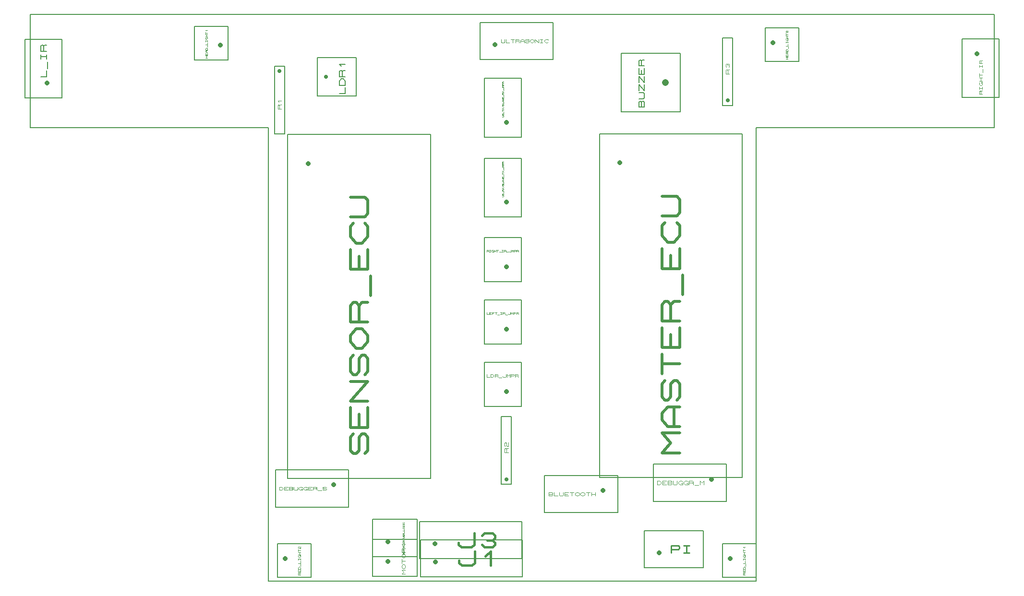
<source format=gbr>
G04 PROTEUS GERBER X2 FILE*
%TF.GenerationSoftware,Labcenter,Proteus,8.11-SP0-Build30052*%
%TF.CreationDate,2024-03-04T06:39:40+00:00*%
%TF.FileFunction,AssemblyDrawing,Top*%
%TF.FilePolarity,Positive*%
%TF.Part,Single*%
%TF.SameCoordinates,{347c642e-2b0e-48e9-919d-a538f2e8b90d}*%
%FSLAX45Y45*%
%MOMM*%
G01*
%TA.AperFunction,Material*%
%ADD18C,0.203200*%
%ADD21C,0.812800*%
%ADD22C,0.516100*%
%ADD23C,0.094400*%
%ADD24C,0.167210*%
%ADD25C,0.085720*%
%ADD26C,0.051950*%
%ADD27C,0.711200*%
%ADD28C,0.110230*%
%ADD29C,1.219200*%
%ADD72C,0.161710*%
%ADD73C,0.057150*%
%ADD30C,0.104670*%
%ADD31C,0.408940*%
%ADD32C,0.165930*%
%ADD33C,0.035270*%
%ADD34C,0.079370*%
%ADD35C,0.052910*%
%ADD36C,0.048840*%
%ADD37C,0.036790*%
%TA.AperFunction,Profile*%
%ADD17C,0.203200*%
%TA.AperFunction,Material*%
%ADD38C,0.220130*%
%ADD39C,0.105830*%
%TD.AperFunction*%
D18*
X+9339840Y+1016000D02*
X+11860160Y+1016000D01*
X+11860160Y+7080160D01*
X+9339840Y+7080160D01*
X+9339840Y+1016000D01*
D21*
X+9700000Y+6570000D02*
X+9700000Y+6570000D01*
D22*
X+10703221Y+1450215D02*
X+10754832Y+1508276D01*
X+10754832Y+1740523D01*
X+10703221Y+1798584D01*
X+10651611Y+1798584D01*
X+10600000Y+1740523D01*
X+10600000Y+1508276D01*
X+10548390Y+1450215D01*
X+10496780Y+1450215D01*
X+10445169Y+1508276D01*
X+10445169Y+1740523D01*
X+10496780Y+1798584D01*
X+10754832Y+2263077D02*
X+10754832Y+1914708D01*
X+10445169Y+1914708D01*
X+10445169Y+2263077D01*
X+10600000Y+1914708D02*
X+10600000Y+2146954D01*
X+10754832Y+2379201D02*
X+10445169Y+2379201D01*
X+10754832Y+2727570D01*
X+10445169Y+2727570D01*
X+10703221Y+2843694D02*
X+10754832Y+2901755D01*
X+10754832Y+3134002D01*
X+10703221Y+3192063D01*
X+10651611Y+3192063D01*
X+10600000Y+3134002D01*
X+10600000Y+2901755D01*
X+10548390Y+2843694D01*
X+10496780Y+2843694D01*
X+10445169Y+2901755D01*
X+10445169Y+3134002D01*
X+10496780Y+3192063D01*
X+10548390Y+3308187D02*
X+10445169Y+3424310D01*
X+10445169Y+3540433D01*
X+10548390Y+3656556D01*
X+10651611Y+3656556D01*
X+10754832Y+3540433D01*
X+10754832Y+3424310D01*
X+10651611Y+3308187D01*
X+10548390Y+3308187D01*
X+10754832Y+3772680D02*
X+10445169Y+3772680D01*
X+10445169Y+4062988D01*
X+10496780Y+4121049D01*
X+10548390Y+4121049D01*
X+10600000Y+4062988D01*
X+10600000Y+3772680D01*
X+10600000Y+4062988D02*
X+10651611Y+4121049D01*
X+10754832Y+4121049D01*
X+10806442Y+4237173D02*
X+10806442Y+4585542D01*
X+10754832Y+5050035D02*
X+10754832Y+4701666D01*
X+10445169Y+4701666D01*
X+10445169Y+5050035D01*
X+10600000Y+4701666D02*
X+10600000Y+4933912D01*
X+10703221Y+5514528D02*
X+10754832Y+5456467D01*
X+10754832Y+5282282D01*
X+10651611Y+5166159D01*
X+10548390Y+5166159D01*
X+10445169Y+5282282D01*
X+10445169Y+5456467D01*
X+10496780Y+5514528D01*
X+10445169Y+5630652D02*
X+10703221Y+5630652D01*
X+10754832Y+5688713D01*
X+10754832Y+5920960D01*
X+10703221Y+5979021D01*
X+10445169Y+5979021D01*
D18*
X+14839840Y+1032000D02*
X+17360160Y+1032000D01*
X+17360160Y+7096160D01*
X+14839840Y+7096160D01*
X+14839840Y+1032000D01*
D21*
X+15200000Y+6586000D02*
X+15200000Y+6586000D01*
D22*
X+16254832Y+1466215D02*
X+15945169Y+1466215D01*
X+16100000Y+1640399D01*
X+15945169Y+1814584D01*
X+16254832Y+1814584D01*
X+16254832Y+1930708D02*
X+16048390Y+1930708D01*
X+15945169Y+2046831D01*
X+15945169Y+2162954D01*
X+16048390Y+2279077D01*
X+16254832Y+2279077D01*
X+16151611Y+1930708D02*
X+16151611Y+2279077D01*
X+16203221Y+2395201D02*
X+16254832Y+2453262D01*
X+16254832Y+2685509D01*
X+16203221Y+2743570D01*
X+16151611Y+2743570D01*
X+16100000Y+2685509D01*
X+16100000Y+2453262D01*
X+16048390Y+2395201D01*
X+15996780Y+2395201D01*
X+15945169Y+2453262D01*
X+15945169Y+2685509D01*
X+15996780Y+2743570D01*
X+15945169Y+2859694D02*
X+15945169Y+3208063D01*
X+15945169Y+3033878D02*
X+16254832Y+3033878D01*
X+16254832Y+3672556D02*
X+16254832Y+3324187D01*
X+15945169Y+3324187D01*
X+15945169Y+3672556D01*
X+16100000Y+3324187D02*
X+16100000Y+3556433D01*
X+16254832Y+3788680D02*
X+15945169Y+3788680D01*
X+15945169Y+4078988D01*
X+15996780Y+4137049D01*
X+16048390Y+4137049D01*
X+16100000Y+4078988D01*
X+16100000Y+3788680D01*
X+16100000Y+4078988D02*
X+16151611Y+4137049D01*
X+16254832Y+4137049D01*
X+16306442Y+4253173D02*
X+16306442Y+4601542D01*
X+16254832Y+5066035D02*
X+16254832Y+4717666D01*
X+15945169Y+4717666D01*
X+15945169Y+5066035D01*
X+16100000Y+4717666D02*
X+16100000Y+4949912D01*
X+16203221Y+5530528D02*
X+16254832Y+5472467D01*
X+16254832Y+5298282D01*
X+16151611Y+5182159D01*
X+16048390Y+5182159D01*
X+15945169Y+5298282D01*
X+15945169Y+5472467D01*
X+15996780Y+5530528D01*
X+15945169Y+5646652D02*
X+16203221Y+5646652D01*
X+16254832Y+5704713D01*
X+16254832Y+5936960D01*
X+16203221Y+5995021D01*
X+15945169Y+5995021D01*
D18*
X+12733840Y+8405840D02*
X+14024160Y+8405840D01*
X+14024160Y+9061160D01*
X+12733840Y+9061160D01*
X+12733840Y+8405840D01*
D21*
X+12998000Y+8670000D02*
X+12998000Y+8670000D01*
D23*
X+13106590Y+8761821D02*
X+13106590Y+8714619D01*
X+13117210Y+8705179D01*
X+13159691Y+8705179D01*
X+13170311Y+8714619D01*
X+13170311Y+8761821D01*
X+13191552Y+8761821D02*
X+13191552Y+8705179D01*
X+13255273Y+8705179D01*
X+13276514Y+8761821D02*
X+13340235Y+8761821D01*
X+13308374Y+8761821D02*
X+13308374Y+8705179D01*
X+13361476Y+8705179D02*
X+13361476Y+8761821D01*
X+13414577Y+8761821D01*
X+13425197Y+8752381D01*
X+13425197Y+8742940D01*
X+13414577Y+8733500D01*
X+13361476Y+8733500D01*
X+13414577Y+8733500D02*
X+13425197Y+8724060D01*
X+13425197Y+8705179D01*
X+13446438Y+8705179D02*
X+13446438Y+8742940D01*
X+13467678Y+8761821D01*
X+13488919Y+8761821D01*
X+13510159Y+8742940D01*
X+13510159Y+8705179D01*
X+13446438Y+8724060D02*
X+13510159Y+8724060D01*
X+13531400Y+8714619D02*
X+13542020Y+8705179D01*
X+13584501Y+8705179D01*
X+13595121Y+8714619D01*
X+13595121Y+8724060D01*
X+13584501Y+8733500D01*
X+13542020Y+8733500D01*
X+13531400Y+8742940D01*
X+13531400Y+8752381D01*
X+13542020Y+8761821D01*
X+13584501Y+8761821D01*
X+13595121Y+8752381D01*
X+13616362Y+8742940D02*
X+13637602Y+8761821D01*
X+13658843Y+8761821D01*
X+13680083Y+8742940D01*
X+13680083Y+8724060D01*
X+13658843Y+8705179D01*
X+13637602Y+8705179D01*
X+13616362Y+8724060D01*
X+13616362Y+8742940D01*
X+13701324Y+8705179D02*
X+13701324Y+8761821D01*
X+13765045Y+8705179D01*
X+13765045Y+8761821D01*
X+13796906Y+8761821D02*
X+13839387Y+8761821D01*
X+13818146Y+8761821D02*
X+13818146Y+8705179D01*
X+13796906Y+8705179D02*
X+13839387Y+8705179D01*
X+13934969Y+8714619D02*
X+13924349Y+8705179D01*
X+13892488Y+8705179D01*
X+13871248Y+8724060D01*
X+13871248Y+8742940D01*
X+13892488Y+8761821D01*
X+13924349Y+8761821D01*
X+13934969Y+8752381D01*
D18*
X+4708840Y+7727840D02*
X+5364160Y+7727840D01*
X+5364160Y+8764160D01*
X+4708840Y+8764160D01*
X+4708840Y+7727840D01*
D21*
X+5100000Y+7992000D02*
X+5100000Y+7992000D01*
D24*
X+4986335Y+8097410D02*
X+5086665Y+8097410D01*
X+5086665Y+8210281D01*
X+5103387Y+8247905D02*
X+5103387Y+8360776D01*
X+4986335Y+8417211D02*
X+4986335Y+8492459D01*
X+4986335Y+8454835D02*
X+5086665Y+8454835D01*
X+5086665Y+8417211D02*
X+5086665Y+8492459D01*
X+5086665Y+8548895D02*
X+4986335Y+8548895D01*
X+4986335Y+8642954D01*
X+5003057Y+8661766D01*
X+5019778Y+8661766D01*
X+5036500Y+8642954D01*
X+5036500Y+8548895D01*
X+5036500Y+8642954D02*
X+5053222Y+8661766D01*
X+5086665Y+8661766D01*
D18*
X+21235840Y+7735840D02*
X+21891160Y+7735840D01*
X+21891160Y+8772160D01*
X+21235840Y+8772160D01*
X+21235840Y+7735840D01*
D21*
X+21500000Y+8508000D02*
X+21500000Y+8508000D01*
D25*
X+21589217Y+7792992D02*
X+21537782Y+7792992D01*
X+21537782Y+7841212D01*
X+21546355Y+7850856D01*
X+21554927Y+7850856D01*
X+21563500Y+7841212D01*
X+21563500Y+7792992D01*
X+21563500Y+7841212D02*
X+21572072Y+7850856D01*
X+21589217Y+7850856D01*
X+21537782Y+7879788D02*
X+21537782Y+7918364D01*
X+21537782Y+7899076D02*
X+21589217Y+7899076D01*
X+21589217Y+7879788D02*
X+21589217Y+7918364D01*
X+21572072Y+7985872D02*
X+21572072Y+8005160D01*
X+21589217Y+8005160D01*
X+21589217Y+7966584D01*
X+21572072Y+7947296D01*
X+21554927Y+7947296D01*
X+21537782Y+7966584D01*
X+21537782Y+7995516D01*
X+21546355Y+8005160D01*
X+21589217Y+8024448D02*
X+21537782Y+8024448D01*
X+21537782Y+8082312D02*
X+21589217Y+8082312D01*
X+21563500Y+8024448D02*
X+21563500Y+8082312D01*
X+21537782Y+8101600D02*
X+21537782Y+8159464D01*
X+21537782Y+8130532D02*
X+21589217Y+8130532D01*
X+21597790Y+8178752D02*
X+21597790Y+8236616D01*
X+21537782Y+8265548D02*
X+21537782Y+8304124D01*
X+21537782Y+8284836D02*
X+21589217Y+8284836D01*
X+21589217Y+8265548D02*
X+21589217Y+8304124D01*
X+21589217Y+8333056D02*
X+21537782Y+8333056D01*
X+21537782Y+8381276D01*
X+21546355Y+8390920D01*
X+21554927Y+8390920D01*
X+21563500Y+8381276D01*
X+21563500Y+8333056D01*
X+21563500Y+8381276D02*
X+21572072Y+8390920D01*
X+21589217Y+8390920D01*
D18*
X+7699340Y+8395840D02*
X+8291160Y+8395840D01*
X+8291160Y+8987660D01*
X+7699340Y+8987660D01*
X+7699340Y+8395840D01*
D21*
X+8154000Y+8660000D02*
X+8154000Y+8660000D01*
D26*
X+7921937Y+8434581D02*
X+7890764Y+8434581D01*
X+7890764Y+8469649D02*
X+7921937Y+8469649D01*
X+7906350Y+8434581D02*
X+7906350Y+8469649D01*
X+7921937Y+8516407D02*
X+7921937Y+8481339D01*
X+7890764Y+8481339D01*
X+7890764Y+8516407D01*
X+7906350Y+8481339D02*
X+7906350Y+8504718D01*
X+7921937Y+8528097D02*
X+7901155Y+8528097D01*
X+7890764Y+8539786D01*
X+7890764Y+8551476D01*
X+7901155Y+8563165D01*
X+7921937Y+8563165D01*
X+7911546Y+8528097D02*
X+7911546Y+8563165D01*
X+7921937Y+8574855D02*
X+7890764Y+8574855D01*
X+7890764Y+8598234D01*
X+7901155Y+8609923D01*
X+7911546Y+8609923D01*
X+7921937Y+8598234D01*
X+7921937Y+8574855D01*
X+7927132Y+8621613D02*
X+7927132Y+8656681D01*
X+7890764Y+8668371D02*
X+7921937Y+8668371D01*
X+7921937Y+8703439D01*
X+7890764Y+8720973D02*
X+7890764Y+8744352D01*
X+7890764Y+8732663D02*
X+7921937Y+8732663D01*
X+7921937Y+8720973D02*
X+7921937Y+8744352D01*
X+7911546Y+8785266D02*
X+7911546Y+8796955D01*
X+7921937Y+8796955D01*
X+7921937Y+8773576D01*
X+7911546Y+8761887D01*
X+7901155Y+8761887D01*
X+7890764Y+8773576D01*
X+7890764Y+8791110D01*
X+7895960Y+8796955D01*
X+7921937Y+8808645D02*
X+7890764Y+8808645D01*
X+7890764Y+8843713D02*
X+7921937Y+8843713D01*
X+7906350Y+8808645D02*
X+7906350Y+8843713D01*
X+7890764Y+8855403D02*
X+7890764Y+8890471D01*
X+7890764Y+8872937D02*
X+7921937Y+8872937D01*
X+7901155Y+8913850D02*
X+7890764Y+8925540D01*
X+7921937Y+8925540D01*
D18*
X+17762840Y+8372340D02*
X+18354660Y+8372340D01*
X+18354660Y+8964160D01*
X+17762840Y+8964160D01*
X+17762840Y+8372340D01*
D21*
X+17900000Y+8700000D02*
X+17900000Y+8700000D01*
D26*
X+18163237Y+8411081D02*
X+18132064Y+8411081D01*
X+18132064Y+8446149D02*
X+18163237Y+8446149D01*
X+18147650Y+8411081D02*
X+18147650Y+8446149D01*
X+18163237Y+8492907D02*
X+18163237Y+8457839D01*
X+18132064Y+8457839D01*
X+18132064Y+8492907D01*
X+18147650Y+8457839D02*
X+18147650Y+8481218D01*
X+18163237Y+8504597D02*
X+18142455Y+8504597D01*
X+18132064Y+8516286D01*
X+18132064Y+8527976D01*
X+18142455Y+8539665D01*
X+18163237Y+8539665D01*
X+18152846Y+8504597D02*
X+18152846Y+8539665D01*
X+18163237Y+8551355D02*
X+18132064Y+8551355D01*
X+18132064Y+8574734D01*
X+18142455Y+8586423D01*
X+18152846Y+8586423D01*
X+18163237Y+8574734D01*
X+18163237Y+8551355D01*
X+18168432Y+8598113D02*
X+18168432Y+8633181D01*
X+18132064Y+8644871D02*
X+18163237Y+8644871D01*
X+18163237Y+8679939D01*
X+18132064Y+8697473D02*
X+18132064Y+8720852D01*
X+18132064Y+8709163D02*
X+18163237Y+8709163D01*
X+18163237Y+8697473D02*
X+18163237Y+8720852D01*
X+18152846Y+8761766D02*
X+18152846Y+8773455D01*
X+18163237Y+8773455D01*
X+18163237Y+8750076D01*
X+18152846Y+8738387D01*
X+18142455Y+8738387D01*
X+18132064Y+8750076D01*
X+18132064Y+8767610D01*
X+18137260Y+8773455D01*
X+18163237Y+8785145D02*
X+18132064Y+8785145D01*
X+18132064Y+8820213D02*
X+18163237Y+8820213D01*
X+18147650Y+8785145D02*
X+18147650Y+8820213D01*
X+18132064Y+8831903D02*
X+18132064Y+8866971D01*
X+18132064Y+8849437D02*
X+18163237Y+8849437D01*
X+18137260Y+8884505D02*
X+18132064Y+8890350D01*
X+18132064Y+8907884D01*
X+18137260Y+8913729D01*
X+18142455Y+8913729D01*
X+18147650Y+8907884D01*
X+18147650Y+8890350D01*
X+18152846Y+8884505D01*
X+18163237Y+8884505D01*
X+18163237Y+8913729D01*
D18*
X+17011100Y+7595100D02*
X+17188900Y+7595100D01*
X+17188900Y+8788900D01*
X+17011100Y+8788900D01*
X+17011100Y+7595100D01*
D27*
X+17100000Y+7684000D02*
X+17100000Y+7684000D01*
D28*
X+17133071Y+8155018D02*
X+17066930Y+8155018D01*
X+17066930Y+8217025D01*
X+17077953Y+8229427D01*
X+17088977Y+8229427D01*
X+17100000Y+8217025D01*
X+17100000Y+8155018D01*
X+17100000Y+8217025D02*
X+17111024Y+8229427D01*
X+17133071Y+8229427D01*
X+17077953Y+8266631D02*
X+17066930Y+8279033D01*
X+17066930Y+8316237D01*
X+17077953Y+8328639D01*
X+17088977Y+8328639D01*
X+17100000Y+8316237D01*
X+17111024Y+8328639D01*
X+17122048Y+8328639D01*
X+17133071Y+8316237D01*
X+17133071Y+8279033D01*
X+17122048Y+8266631D01*
X+17100000Y+8291434D02*
X+17100000Y+8316237D01*
D18*
X+15227840Y+7481840D02*
X+16264160Y+7481840D01*
X+16264160Y+8518160D01*
X+15227840Y+8518160D01*
X+15227840Y+7481840D01*
D29*
X+16000000Y+8000000D02*
X+16000000Y+8000000D01*
D72*
X+15631954Y+7563377D02*
X+15534926Y+7563377D01*
X+15534926Y+7654340D01*
X+15551097Y+7672532D01*
X+15567269Y+7672532D01*
X+15583440Y+7654340D01*
X+15599611Y+7672532D01*
X+15615783Y+7672532D01*
X+15631954Y+7654340D01*
X+15631954Y+7563377D01*
X+15583440Y+7563377D02*
X+15583440Y+7654340D01*
X+15534926Y+7708918D02*
X+15615783Y+7708918D01*
X+15631954Y+7727110D01*
X+15631954Y+7799881D01*
X+15615783Y+7818073D01*
X+15534926Y+7818073D01*
X+15534926Y+7854459D02*
X+15534926Y+7963614D01*
X+15631954Y+7854459D01*
X+15631954Y+7963614D01*
X+15534926Y+8000000D02*
X+15534926Y+8109155D01*
X+15631954Y+8000000D01*
X+15631954Y+8109155D01*
X+15631954Y+8254696D02*
X+15631954Y+8145541D01*
X+15534926Y+8145541D01*
X+15534926Y+8254696D01*
X+15583440Y+8145541D02*
X+15583440Y+8218311D01*
X+15631954Y+8291082D02*
X+15534926Y+8291082D01*
X+15534926Y+8382045D01*
X+15551097Y+8400237D01*
X+15567269Y+8400237D01*
X+15583440Y+8382045D01*
X+15583440Y+8291082D01*
X+15583440Y+8382045D02*
X+15599611Y+8400237D01*
X+15631954Y+8400237D01*
D18*
X+17008840Y-727660D02*
X+17600660Y-727660D01*
X+17600660Y-135840D01*
X+17008840Y-135840D01*
X+17008840Y-727660D01*
D21*
X+17146000Y-400000D02*
X+17146000Y-400000D01*
D73*
X+17410795Y-688925D02*
X+17376505Y-688925D01*
X+17376505Y-656779D01*
X+17382220Y-650349D01*
X+17387935Y-650349D01*
X+17393650Y-656779D01*
X+17393650Y-688925D01*
X+17393650Y-656779D02*
X+17399365Y-650349D01*
X+17410795Y-650349D01*
X+17410795Y-598914D02*
X+17410795Y-637490D01*
X+17376505Y-637490D01*
X+17376505Y-598914D01*
X+17393650Y-637490D02*
X+17393650Y-611773D01*
X+17410795Y-586055D02*
X+17376505Y-586055D01*
X+17376505Y-560338D01*
X+17387935Y-547479D01*
X+17399365Y-547479D01*
X+17410795Y-560338D01*
X+17410795Y-586055D01*
X+17416510Y-534620D02*
X+17416510Y-496044D01*
X+17376505Y-483185D02*
X+17410795Y-483185D01*
X+17410795Y-444609D01*
X+17376505Y-425321D02*
X+17376505Y-399604D01*
X+17376505Y-412462D02*
X+17410795Y-412462D01*
X+17410795Y-425321D02*
X+17410795Y-399604D01*
X+17399365Y-354598D02*
X+17399365Y-341739D01*
X+17410795Y-341739D01*
X+17410795Y-367457D01*
X+17399365Y-380315D01*
X+17387935Y-380315D01*
X+17376505Y-367457D01*
X+17376505Y-348169D01*
X+17382220Y-341739D01*
X+17410795Y-328880D02*
X+17376505Y-328880D01*
X+17376505Y-290304D02*
X+17410795Y-290304D01*
X+17393650Y-328880D02*
X+17393650Y-290304D01*
X+17376505Y-277445D02*
X+17376505Y-238869D01*
X+17376505Y-258157D02*
X+17410795Y-258157D01*
X+17387935Y-213152D02*
X+17376505Y-200293D01*
X+17410795Y-200293D01*
D18*
X+9162840Y-727660D02*
X+9754660Y-727660D01*
X+9754660Y-135840D01*
X+9162840Y-135840D01*
X+9162840Y-727660D01*
D21*
X+9300000Y-400000D02*
X+9300000Y-400000D01*
D73*
X+9564795Y-688925D02*
X+9530505Y-688925D01*
X+9530505Y-656779D01*
X+9536220Y-650349D01*
X+9541935Y-650349D01*
X+9547650Y-656779D01*
X+9547650Y-688925D01*
X+9547650Y-656779D02*
X+9553365Y-650349D01*
X+9564795Y-650349D01*
X+9564795Y-598914D02*
X+9564795Y-637490D01*
X+9530505Y-637490D01*
X+9530505Y-598914D01*
X+9547650Y-637490D02*
X+9547650Y-611773D01*
X+9564795Y-586055D02*
X+9530505Y-586055D01*
X+9530505Y-560338D01*
X+9541935Y-547479D01*
X+9553365Y-547479D01*
X+9564795Y-560338D01*
X+9564795Y-586055D01*
X+9570510Y-534620D02*
X+9570510Y-496044D01*
X+9530505Y-483185D02*
X+9564795Y-483185D01*
X+9564795Y-444609D01*
X+9530505Y-425321D02*
X+9530505Y-399604D01*
X+9530505Y-412462D02*
X+9564795Y-412462D01*
X+9564795Y-425321D02*
X+9564795Y-399604D01*
X+9553365Y-354598D02*
X+9553365Y-341739D01*
X+9564795Y-341739D01*
X+9564795Y-367457D01*
X+9553365Y-380315D01*
X+9541935Y-380315D01*
X+9530505Y-367457D01*
X+9530505Y-348169D01*
X+9536220Y-341739D01*
X+9564795Y-328880D02*
X+9530505Y-328880D01*
X+9530505Y-290304D02*
X+9564795Y-290304D01*
X+9547650Y-328880D02*
X+9547650Y-290304D01*
X+9530505Y-277445D02*
X+9530505Y-238869D01*
X+9530505Y-258157D02*
X+9564795Y-258157D01*
X+9536220Y-219581D02*
X+9530505Y-213152D01*
X+9530505Y-193864D01*
X+9536220Y-187434D01*
X+9541935Y-187434D01*
X+9547650Y-193864D01*
X+9547650Y-213152D01*
X+9553365Y-219581D01*
X+9564795Y-219581D01*
X+9564795Y-187434D01*
D18*
X+13111100Y+911100D02*
X+13288900Y+911100D01*
X+13288900Y+2104900D01*
X+13111100Y+2104900D01*
X+13111100Y+911100D01*
D27*
X+13200000Y+1000000D02*
X+13200000Y+1000000D01*
D28*
X+13233071Y+1471018D02*
X+13166930Y+1471018D01*
X+13166930Y+1533025D01*
X+13177953Y+1545427D01*
X+13188977Y+1545427D01*
X+13200000Y+1533025D01*
X+13200000Y+1471018D01*
X+13200000Y+1533025D02*
X+13211024Y+1545427D01*
X+13233071Y+1545427D01*
X+13177953Y+1582631D02*
X+13166930Y+1595033D01*
X+13166930Y+1632237D01*
X+13177953Y+1644639D01*
X+13188977Y+1644639D01*
X+13200000Y+1632237D01*
X+13200000Y+1595033D01*
X+13211024Y+1582631D01*
X+13233071Y+1582631D01*
X+13233071Y+1644639D01*
D18*
X+9127840Y+508840D02*
X+10418160Y+508840D01*
X+10418160Y+1164160D01*
X+9127840Y+1164160D01*
X+9127840Y+508840D01*
D21*
X+10154000Y+900000D02*
X+10154000Y+900000D01*
D23*
X+9195790Y+808179D02*
X+9195790Y+864821D01*
X+9238271Y+864821D01*
X+9259511Y+845940D01*
X+9259511Y+827060D01*
X+9238271Y+808179D01*
X+9195790Y+808179D01*
X+9344473Y+808179D02*
X+9280752Y+808179D01*
X+9280752Y+864821D01*
X+9344473Y+864821D01*
X+9280752Y+836500D02*
X+9323233Y+836500D01*
X+9365714Y+808179D02*
X+9365714Y+864821D01*
X+9418815Y+864821D01*
X+9429435Y+855381D01*
X+9429435Y+845940D01*
X+9418815Y+836500D01*
X+9429435Y+827060D01*
X+9429435Y+817619D01*
X+9418815Y+808179D01*
X+9365714Y+808179D01*
X+9365714Y+836500D02*
X+9418815Y+836500D01*
X+9450676Y+864821D02*
X+9450676Y+817619D01*
X+9461296Y+808179D01*
X+9503777Y+808179D01*
X+9514397Y+817619D01*
X+9514397Y+864821D01*
X+9578119Y+827060D02*
X+9599359Y+827060D01*
X+9599359Y+808179D01*
X+9556878Y+808179D01*
X+9535638Y+827060D01*
X+9535638Y+845940D01*
X+9556878Y+864821D01*
X+9588739Y+864821D01*
X+9599359Y+855381D01*
X+9663081Y+827060D02*
X+9684321Y+827060D01*
X+9684321Y+808179D01*
X+9641840Y+808179D01*
X+9620600Y+827060D01*
X+9620600Y+845940D01*
X+9641840Y+864821D01*
X+9673701Y+864821D01*
X+9684321Y+855381D01*
X+9769283Y+808179D02*
X+9705562Y+808179D01*
X+9705562Y+864821D01*
X+9769283Y+864821D01*
X+9705562Y+836500D02*
X+9748043Y+836500D01*
X+9790524Y+808179D02*
X+9790524Y+864821D01*
X+9843625Y+864821D01*
X+9854245Y+855381D01*
X+9854245Y+845940D01*
X+9843625Y+836500D01*
X+9790524Y+836500D01*
X+9843625Y+836500D02*
X+9854245Y+827060D01*
X+9854245Y+808179D01*
X+9875486Y+798739D02*
X+9939207Y+798739D01*
X+9960448Y+817619D02*
X+9971068Y+808179D01*
X+10013549Y+808179D01*
X+10024169Y+817619D01*
X+10024169Y+827060D01*
X+10013549Y+836500D01*
X+9971068Y+836500D01*
X+9960448Y+845940D01*
X+9960448Y+855381D01*
X+9971068Y+864821D01*
X+10013549Y+864821D01*
X+10024169Y+855381D01*
D18*
X+15787840Y+608840D02*
X+17078160Y+608840D01*
X+17078160Y+1264160D01*
X+15787840Y+1264160D01*
X+15787840Y+608840D01*
D21*
X+16814000Y+1000000D02*
X+16814000Y+1000000D01*
D30*
X+15856655Y+905096D02*
X+15856655Y+967903D01*
X+15903760Y+967903D01*
X+15927312Y+946967D01*
X+15927312Y+926032D01*
X+15903760Y+905096D01*
X+15856655Y+905096D01*
X+16021522Y+905096D02*
X+15950865Y+905096D01*
X+15950865Y+967903D01*
X+16021522Y+967903D01*
X+15950865Y+936500D02*
X+15997970Y+936500D01*
X+16045075Y+905096D02*
X+16045075Y+967903D01*
X+16103956Y+967903D01*
X+16115732Y+957435D01*
X+16115732Y+946967D01*
X+16103956Y+936500D01*
X+16115732Y+926032D01*
X+16115732Y+915564D01*
X+16103956Y+905096D01*
X+16045075Y+905096D01*
X+16045075Y+936500D02*
X+16103956Y+936500D01*
X+16139285Y+967903D02*
X+16139285Y+915564D01*
X+16151061Y+905096D01*
X+16198166Y+905096D01*
X+16209942Y+915564D01*
X+16209942Y+967903D01*
X+16280600Y+926032D02*
X+16304152Y+926032D01*
X+16304152Y+905096D01*
X+16257047Y+905096D01*
X+16233495Y+926032D01*
X+16233495Y+946967D01*
X+16257047Y+967903D01*
X+16292376Y+967903D01*
X+16304152Y+957435D01*
X+16374810Y+926032D02*
X+16398362Y+926032D01*
X+16398362Y+905096D01*
X+16351257Y+905096D01*
X+16327705Y+926032D01*
X+16327705Y+946967D01*
X+16351257Y+967903D01*
X+16386586Y+967903D01*
X+16398362Y+957435D01*
X+16421915Y+905096D02*
X+16421915Y+967903D01*
X+16480796Y+967903D01*
X+16492572Y+957435D01*
X+16492572Y+946967D01*
X+16480796Y+936500D01*
X+16421915Y+936500D01*
X+16480796Y+936500D02*
X+16492572Y+926032D01*
X+16492572Y+905096D01*
X+16516125Y+894628D02*
X+16586782Y+894628D01*
X+16610335Y+905096D02*
X+16610335Y+967903D01*
X+16645663Y+936500D01*
X+16680992Y+967903D01*
X+16680992Y+905096D01*
D18*
X+11671840Y-404160D02*
X+13470160Y-404160D01*
X+13470160Y+251160D01*
X+11671840Y+251160D01*
X+11671840Y-404160D01*
D21*
X+11936000Y-140000D02*
X+11936000Y-140000D01*
D31*
X+12355354Y-117394D02*
X+12355354Y-158288D01*
X+12401359Y-199182D01*
X+12585382Y-199182D01*
X+12631388Y-158288D01*
X+12631388Y+46182D01*
X+12769405Y+5288D02*
X+12815411Y+46182D01*
X+12953428Y+46182D01*
X+12999434Y+5288D01*
X+12999434Y-35606D01*
X+12953428Y-76500D01*
X+12999434Y-117394D01*
X+12999434Y-158288D01*
X+12953428Y-199182D01*
X+12815411Y-199182D01*
X+12769405Y-158288D01*
X+12861417Y-76500D02*
X+12953428Y-76500D01*
D18*
X+9867474Y+7757974D02*
X+10551526Y+7757974D01*
X+10551526Y+8442026D01*
X+9867474Y+8442026D01*
X+9867474Y+7757974D01*
D27*
X+10019000Y+8100000D02*
X+10019000Y+8100000D01*
D32*
X+10253263Y+7801322D02*
X+10352823Y+7801322D01*
X+10352823Y+7913326D01*
X+10352823Y+7950661D02*
X+10253263Y+7950661D01*
X+10253263Y+8025330D01*
X+10286450Y+8062665D01*
X+10319636Y+8062665D01*
X+10352823Y+8025330D01*
X+10352823Y+7950661D01*
X+10352823Y+8100000D02*
X+10253263Y+8100000D01*
X+10253263Y+8193336D01*
X+10269856Y+8212004D01*
X+10286450Y+8212004D01*
X+10303043Y+8193336D01*
X+10303043Y+8100000D01*
X+10303043Y+8193336D02*
X+10319636Y+8212004D01*
X+10352823Y+8212004D01*
X+10286450Y+8286673D02*
X+10253263Y+8324008D01*
X+10352823Y+8324008D01*
D18*
X+10841840Y-364160D02*
X+11624160Y-364160D01*
X+11624160Y+291160D01*
X+10841840Y+291160D01*
X+10841840Y-364160D01*
D21*
X+11106000Y-100000D02*
X+11106000Y-100000D01*
D33*
X+11395983Y-322241D02*
X+11374817Y-322241D01*
X+11385400Y-310336D01*
X+11374817Y-298430D01*
X+11395983Y-298430D01*
X+11381872Y-290492D02*
X+11374817Y-282555D01*
X+11374817Y-274618D01*
X+11381872Y-266681D01*
X+11388928Y-266681D01*
X+11395983Y-274618D01*
X+11395983Y-282555D01*
X+11388928Y-290492D01*
X+11381872Y-290492D01*
X+11374817Y-258743D02*
X+11374817Y-234932D01*
X+11374817Y-246838D02*
X+11395983Y-246838D01*
X+11381872Y-226994D02*
X+11374817Y-219057D01*
X+11374817Y-211120D01*
X+11381872Y-203183D01*
X+11388928Y-203183D01*
X+11395983Y-211120D01*
X+11395983Y-219057D01*
X+11388928Y-226994D01*
X+11381872Y-226994D01*
X+11395983Y-195245D02*
X+11374817Y-195245D01*
X+11374817Y-175402D01*
X+11378345Y-171434D01*
X+11381872Y-171434D01*
X+11385400Y-175402D01*
X+11385400Y-195245D01*
X+11385400Y-175402D02*
X+11388928Y-171434D01*
X+11395983Y-171434D01*
X+11399511Y-163496D02*
X+11399511Y-139685D01*
X+11395983Y-131747D02*
X+11374817Y-131747D01*
X+11374817Y-115873D01*
X+11381872Y-107936D01*
X+11388928Y-107936D01*
X+11395983Y-115873D01*
X+11395983Y-131747D01*
X+11395983Y-99998D02*
X+11374817Y-99998D01*
X+11374817Y-80155D01*
X+11378345Y-76187D01*
X+11381872Y-76187D01*
X+11385400Y-80155D01*
X+11385400Y-99998D01*
X+11385400Y-80155D02*
X+11388928Y-76187D01*
X+11395983Y-76187D01*
X+11374817Y-64281D02*
X+11374817Y-48406D01*
X+11374817Y-56344D02*
X+11395983Y-56344D01*
X+11395983Y-64281D02*
X+11395983Y-48406D01*
X+11374817Y-36500D02*
X+11385400Y-36500D01*
X+11395983Y-24595D01*
X+11385400Y-12689D01*
X+11374817Y-12689D01*
X+11395983Y+19060D02*
X+11395983Y-4751D01*
X+11374817Y-4751D01*
X+11374817Y+19060D01*
X+11385400Y-4751D02*
X+11385400Y+11123D01*
X+11395983Y+26998D02*
X+11374817Y+26998D01*
X+11374817Y+46841D01*
X+11378345Y+50809D01*
X+11381872Y+50809D01*
X+11385400Y+46841D01*
X+11385400Y+26998D01*
X+11385400Y+46841D02*
X+11388928Y+50809D01*
X+11395983Y+50809D01*
X+11399511Y+58747D02*
X+11399511Y+82558D01*
X+11374817Y+90496D02*
X+11395983Y+90496D01*
X+11395983Y+114307D01*
X+11381872Y+122245D02*
X+11374817Y+130182D01*
X+11374817Y+138119D01*
X+11381872Y+146056D01*
X+11388928Y+146056D01*
X+11395983Y+138119D01*
X+11395983Y+130182D01*
X+11388928Y+122245D01*
X+11381872Y+122245D01*
X+11388928Y+169868D02*
X+11388928Y+177805D01*
X+11395983Y+177805D01*
X+11395983Y+161931D01*
X+11388928Y+153994D01*
X+11381872Y+153994D01*
X+11374817Y+161931D01*
X+11374817Y+173837D01*
X+11378345Y+177805D01*
X+11374817Y+189711D02*
X+11374817Y+205586D01*
X+11374817Y+197648D02*
X+11395983Y+197648D01*
X+11395983Y+189711D02*
X+11395983Y+205586D01*
X+11392455Y+241303D02*
X+11395983Y+237335D01*
X+11395983Y+225429D01*
X+11388928Y+217492D01*
X+11381872Y+217492D01*
X+11374817Y+225429D01*
X+11374817Y+237335D01*
X+11378345Y+241303D01*
D18*
X+9111100Y+7095100D02*
X+9288900Y+7095100D01*
X+9288900Y+8288900D01*
X+9111100Y+8288900D01*
X+9111100Y+7095100D01*
D27*
X+9200000Y+8200000D02*
X+9200000Y+8200000D01*
D28*
X+9233071Y+7530558D02*
X+9166930Y+7530558D01*
X+9166930Y+7592565D01*
X+9177953Y+7604967D01*
X+9188977Y+7604967D01*
X+9200000Y+7592565D01*
X+9200000Y+7530558D01*
X+9200000Y+7592565D02*
X+9211024Y+7604967D01*
X+9233071Y+7604967D01*
X+9188977Y+7654573D02*
X+9166930Y+7679376D01*
X+9233071Y+7679376D01*
D18*
X+12808840Y+2281840D02*
X+13464160Y+2281840D01*
X+13464160Y+3064160D01*
X+12808840Y+3064160D01*
X+12808840Y+2281840D01*
D21*
X+13200000Y+2546000D02*
X+13200000Y+2546000D01*
D34*
X+12850752Y+2849213D02*
X+12850752Y+2801588D01*
X+12904329Y+2801588D01*
X+12922189Y+2801588D02*
X+12922189Y+2849213D01*
X+12957907Y+2849213D01*
X+12975766Y+2833338D01*
X+12975766Y+2817463D01*
X+12957907Y+2801588D01*
X+12922189Y+2801588D01*
X+12993626Y+2801588D02*
X+12993626Y+2849213D01*
X+13038274Y+2849213D01*
X+13047203Y+2841275D01*
X+13047203Y+2833338D01*
X+13038274Y+2825400D01*
X+12993626Y+2825400D01*
X+13038274Y+2825400D02*
X+13047203Y+2817463D01*
X+13047203Y+2801588D01*
X+13065063Y+2793650D02*
X+13118640Y+2793650D01*
X+13136500Y+2817463D02*
X+13136500Y+2809525D01*
X+13145429Y+2801588D01*
X+13181148Y+2801588D01*
X+13190077Y+2809525D01*
X+13190077Y+2849213D01*
X+13207937Y+2801588D02*
X+13207937Y+2849213D01*
X+13234725Y+2825400D01*
X+13261514Y+2849213D01*
X+13261514Y+2801588D01*
X+13279374Y+2801588D02*
X+13279374Y+2849213D01*
X+13324022Y+2849213D01*
X+13332951Y+2841275D01*
X+13332951Y+2833338D01*
X+13324022Y+2825400D01*
X+13279374Y+2825400D01*
X+13350811Y+2801588D02*
X+13350811Y+2849213D01*
X+13395459Y+2849213D01*
X+13404388Y+2841275D01*
X+13404388Y+2833338D01*
X+13395459Y+2825400D01*
X+13350811Y+2825400D01*
X+13395459Y+2825400D02*
X+13404388Y+2817463D01*
X+13404388Y+2801588D01*
D18*
X+12808840Y+3381840D02*
X+13464160Y+3381840D01*
X+13464160Y+4164160D01*
X+12808840Y+4164160D01*
X+12808840Y+3381840D01*
D21*
X+13200000Y+3646000D02*
X+13200000Y+3646000D01*
D35*
X+12850756Y+3941274D02*
X+12850756Y+3909525D01*
X+12886474Y+3909525D01*
X+12934098Y+3909525D02*
X+12898380Y+3909525D01*
X+12898380Y+3941274D01*
X+12934098Y+3941274D01*
X+12898380Y+3925400D02*
X+12922192Y+3925400D01*
X+12946004Y+3909525D02*
X+12946004Y+3941274D01*
X+12981722Y+3941274D01*
X+12946004Y+3925400D02*
X+12969816Y+3925400D01*
X+12993628Y+3941274D02*
X+13029346Y+3941274D01*
X+13011487Y+3941274D02*
X+13011487Y+3909525D01*
X+13041252Y+3904233D02*
X+13076970Y+3904233D01*
X+13094829Y+3941274D02*
X+13118641Y+3941274D01*
X+13106735Y+3941274D02*
X+13106735Y+3909525D01*
X+13094829Y+3909525D02*
X+13118641Y+3909525D01*
X+13136500Y+3909525D02*
X+13136500Y+3941274D01*
X+13166265Y+3941274D01*
X+13172218Y+3935983D01*
X+13172218Y+3930691D01*
X+13166265Y+3925400D01*
X+13136500Y+3925400D01*
X+13166265Y+3925400D02*
X+13172218Y+3920108D01*
X+13172218Y+3909525D01*
X+13184124Y+3904233D02*
X+13219842Y+3904233D01*
X+13231748Y+3920108D02*
X+13231748Y+3914816D01*
X+13237701Y+3909525D01*
X+13261513Y+3909525D01*
X+13267466Y+3914816D01*
X+13267466Y+3941274D01*
X+13279372Y+3909525D02*
X+13279372Y+3941274D01*
X+13297231Y+3925400D01*
X+13315090Y+3941274D01*
X+13315090Y+3909525D01*
X+13326996Y+3909525D02*
X+13326996Y+3941274D01*
X+13356761Y+3941274D01*
X+13362714Y+3935983D01*
X+13362714Y+3930691D01*
X+13356761Y+3925400D01*
X+13326996Y+3925400D01*
X+13374620Y+3909525D02*
X+13374620Y+3941274D01*
X+13404385Y+3941274D01*
X+13410338Y+3935983D01*
X+13410338Y+3930691D01*
X+13404385Y+3925400D01*
X+13374620Y+3925400D01*
X+13404385Y+3925400D02*
X+13410338Y+3920108D01*
X+13410338Y+3909525D01*
D18*
X+12808840Y+4481840D02*
X+13464160Y+4481840D01*
X+13464160Y+5264160D01*
X+12808840Y+5264160D01*
X+12808840Y+4481840D01*
D21*
X+13200000Y+4746000D02*
X+13200000Y+4746000D01*
D36*
X+12850754Y+5010746D02*
X+12850754Y+5040053D01*
X+12878229Y+5040053D01*
X+12883724Y+5035169D01*
X+12883724Y+5030284D01*
X+12878229Y+5025400D01*
X+12850754Y+5025400D01*
X+12878229Y+5025400D02*
X+12883724Y+5020515D01*
X+12883724Y+5010746D01*
X+12900210Y+5040053D02*
X+12922190Y+5040053D01*
X+12911200Y+5040053D02*
X+12911200Y+5010746D01*
X+12900210Y+5010746D02*
X+12922190Y+5010746D01*
X+12960656Y+5020515D02*
X+12971646Y+5020515D01*
X+12971646Y+5010746D01*
X+12949666Y+5010746D01*
X+12938676Y+5020515D01*
X+12938676Y+5030284D01*
X+12949666Y+5040053D01*
X+12966151Y+5040053D01*
X+12971646Y+5035169D01*
X+12982637Y+5010746D02*
X+12982637Y+5040053D01*
X+13015607Y+5040053D02*
X+13015607Y+5010746D01*
X+12982637Y+5025400D02*
X+13015607Y+5025400D01*
X+13026598Y+5040053D02*
X+13059568Y+5040053D01*
X+13043083Y+5040053D02*
X+13043083Y+5010746D01*
X+13070559Y+5005861D02*
X+13103529Y+5005861D01*
X+13120015Y+5040053D02*
X+13141995Y+5040053D01*
X+13131005Y+5040053D02*
X+13131005Y+5010746D01*
X+13120015Y+5010746D02*
X+13141995Y+5010746D01*
X+13158481Y+5010746D02*
X+13158481Y+5040053D01*
X+13185956Y+5040053D01*
X+13191451Y+5035169D01*
X+13191451Y+5030284D01*
X+13185956Y+5025400D01*
X+13158481Y+5025400D01*
X+13185956Y+5025400D02*
X+13191451Y+5020515D01*
X+13191451Y+5010746D01*
X+13202442Y+5005861D02*
X+13235412Y+5005861D01*
X+13246403Y+5020515D02*
X+13246403Y+5015630D01*
X+13251898Y+5010746D01*
X+13273878Y+5010746D01*
X+13279373Y+5015630D01*
X+13279373Y+5040053D01*
X+13290364Y+5010746D02*
X+13290364Y+5040053D01*
X+13306849Y+5025400D01*
X+13323334Y+5040053D01*
X+13323334Y+5010746D01*
X+13334325Y+5010746D02*
X+13334325Y+5040053D01*
X+13361800Y+5040053D01*
X+13367295Y+5035169D01*
X+13367295Y+5030284D01*
X+13361800Y+5025400D01*
X+13334325Y+5025400D01*
X+13378286Y+5010746D02*
X+13378286Y+5040053D01*
X+13405761Y+5040053D01*
X+13411256Y+5035169D01*
X+13411256Y+5030284D01*
X+13405761Y+5025400D01*
X+13378286Y+5025400D01*
X+13405761Y+5025400D02*
X+13411256Y+5020515D01*
X+13411256Y+5010746D01*
D18*
X+12808840Y+5627840D02*
X+13464160Y+5627840D01*
X+13464160Y+6664160D01*
X+12808840Y+6664160D01*
X+12808840Y+5627840D01*
D21*
X+13200000Y+5892000D02*
X+13200000Y+5892000D01*
D37*
X+13125461Y+5983808D02*
X+13143859Y+5983808D01*
X+13147538Y+5987947D01*
X+13147538Y+6004504D01*
X+13143859Y+6008644D01*
X+13125461Y+6008644D01*
X+13143859Y+6016923D02*
X+13147538Y+6021062D01*
X+13147538Y+6037619D01*
X+13143859Y+6041759D01*
X+13140179Y+6041759D01*
X+13136500Y+6037619D01*
X+13136500Y+6021062D01*
X+13132820Y+6016923D01*
X+13129141Y+6016923D01*
X+13125461Y+6021062D01*
X+13125461Y+6037619D01*
X+13129141Y+6041759D01*
X+13151218Y+6050038D02*
X+13151218Y+6074874D01*
X+13147538Y+6083153D02*
X+13125461Y+6083153D01*
X+13125461Y+6103849D01*
X+13129141Y+6107989D01*
X+13132820Y+6107989D01*
X+13136500Y+6103849D01*
X+13136500Y+6083153D01*
X+13136500Y+6103849D02*
X+13140179Y+6107989D01*
X+13147538Y+6107989D01*
X+13125461Y+6116268D02*
X+13147538Y+6141104D01*
X+13147538Y+6116268D02*
X+13125461Y+6141104D01*
X+13125461Y+6174219D02*
X+13147538Y+6149383D01*
X+13143859Y+6182498D02*
X+13147538Y+6186637D01*
X+13147538Y+6203194D01*
X+13143859Y+6207334D01*
X+13140179Y+6207334D01*
X+13136500Y+6203194D01*
X+13136500Y+6186637D01*
X+13132820Y+6182498D01*
X+13129141Y+6182498D01*
X+13125461Y+6186637D01*
X+13125461Y+6203194D01*
X+13129141Y+6207334D01*
X+13125461Y+6215613D02*
X+13147538Y+6215613D01*
X+13147538Y+6240449D01*
X+13147538Y+6248728D02*
X+13132820Y+6248728D01*
X+13125461Y+6257006D01*
X+13125461Y+6265285D01*
X+13132820Y+6273564D01*
X+13147538Y+6273564D01*
X+13140179Y+6248728D02*
X+13140179Y+6273564D01*
X+13125461Y+6281843D02*
X+13136500Y+6281843D01*
X+13147538Y+6294261D01*
X+13136500Y+6306679D01*
X+13125461Y+6306679D01*
X+13147538Y+6339794D02*
X+13147538Y+6314958D01*
X+13125461Y+6314958D01*
X+13125461Y+6339794D01*
X+13136500Y+6314958D02*
X+13136500Y+6331515D01*
X+13151218Y+6348073D02*
X+13151218Y+6372909D01*
X+13125461Y+6381188D02*
X+13125461Y+6406024D01*
X+13125461Y+6393606D02*
X+13147538Y+6393606D01*
X+13125461Y+6414303D02*
X+13147538Y+6439139D01*
X+13147538Y+6414303D02*
X+13125461Y+6439139D01*
X+13151218Y+6447418D02*
X+13151218Y+6472254D01*
X+13140179Y+6480533D02*
X+13143859Y+6480533D01*
X+13147538Y+6484672D01*
X+13147538Y+6501229D01*
X+13143859Y+6505369D01*
X+13125461Y+6505369D01*
X+13147538Y+6513648D02*
X+13125461Y+6513648D01*
X+13136500Y+6526066D01*
X+13125461Y+6538484D01*
X+13147538Y+6538484D01*
X+13147538Y+6546763D02*
X+13125461Y+6546763D01*
X+13125461Y+6567459D01*
X+13129141Y+6571599D01*
X+13132820Y+6571599D01*
X+13136500Y+6567459D01*
X+13136500Y+6546763D01*
X+13147538Y+6579878D02*
X+13125461Y+6579878D01*
X+13125461Y+6600574D01*
X+13129141Y+6604714D01*
X+13132820Y+6604714D01*
X+13136500Y+6600574D01*
X+13136500Y+6579878D01*
X+13136500Y+6600574D02*
X+13140179Y+6604714D01*
X+13147538Y+6604714D01*
D18*
X+12808840Y+7035840D02*
X+13464160Y+7035840D01*
X+13464160Y+8072160D01*
X+12808840Y+8072160D01*
X+12808840Y+7035840D01*
D21*
X+13200000Y+7300000D02*
X+13200000Y+7300000D01*
D37*
X+13125461Y+7391808D02*
X+13143859Y+7391808D01*
X+13147538Y+7395947D01*
X+13147538Y+7412504D01*
X+13143859Y+7416644D01*
X+13125461Y+7416644D01*
X+13143859Y+7424923D02*
X+13147538Y+7429062D01*
X+13147538Y+7445619D01*
X+13143859Y+7449759D01*
X+13140179Y+7449759D01*
X+13136500Y+7445619D01*
X+13136500Y+7429062D01*
X+13132820Y+7424923D01*
X+13129141Y+7424923D01*
X+13125461Y+7429062D01*
X+13125461Y+7445619D01*
X+13129141Y+7449759D01*
X+13151218Y+7458038D02*
X+13151218Y+7482874D01*
X+13125461Y+7491153D02*
X+13125461Y+7515989D01*
X+13125461Y+7503571D02*
X+13147538Y+7503571D01*
X+13125461Y+7524268D02*
X+13147538Y+7549104D01*
X+13147538Y+7524268D02*
X+13125461Y+7549104D01*
X+13125461Y+7582219D02*
X+13147538Y+7557383D01*
X+13143859Y+7590498D02*
X+13147538Y+7594637D01*
X+13147538Y+7611194D01*
X+13143859Y+7615334D01*
X+13140179Y+7615334D01*
X+13136500Y+7611194D01*
X+13136500Y+7594637D01*
X+13132820Y+7590498D01*
X+13129141Y+7590498D01*
X+13125461Y+7594637D01*
X+13125461Y+7611194D01*
X+13129141Y+7615334D01*
X+13125461Y+7623613D02*
X+13147538Y+7623613D01*
X+13147538Y+7648449D01*
X+13147538Y+7656728D02*
X+13132820Y+7656728D01*
X+13125461Y+7665006D01*
X+13125461Y+7673285D01*
X+13132820Y+7681564D01*
X+13147538Y+7681564D01*
X+13140179Y+7656728D02*
X+13140179Y+7681564D01*
X+13125461Y+7689843D02*
X+13136500Y+7689843D01*
X+13147538Y+7702261D01*
X+13136500Y+7714679D01*
X+13125461Y+7714679D01*
X+13147538Y+7747794D02*
X+13147538Y+7722958D01*
X+13125461Y+7722958D01*
X+13125461Y+7747794D01*
X+13136500Y+7722958D02*
X+13136500Y+7739515D01*
X+13151218Y+7756073D02*
X+13151218Y+7780909D01*
X+13147538Y+7789188D02*
X+13125461Y+7789188D01*
X+13125461Y+7809884D01*
X+13129141Y+7814024D01*
X+13132820Y+7814024D01*
X+13136500Y+7809884D01*
X+13136500Y+7789188D01*
X+13136500Y+7809884D02*
X+13140179Y+7814024D01*
X+13147538Y+7814024D01*
X+13125461Y+7822303D02*
X+13147538Y+7847139D01*
X+13147538Y+7822303D02*
X+13125461Y+7847139D01*
X+13151218Y+7855418D02*
X+13151218Y+7880254D01*
X+13140179Y+7888533D02*
X+13143859Y+7888533D01*
X+13147538Y+7892672D01*
X+13147538Y+7909229D01*
X+13143859Y+7913369D01*
X+13125461Y+7913369D01*
X+13147538Y+7921648D02*
X+13125461Y+7921648D01*
X+13136500Y+7934066D01*
X+13125461Y+7946484D01*
X+13147538Y+7946484D01*
X+13147538Y+7954763D02*
X+13125461Y+7954763D01*
X+13125461Y+7975459D01*
X+13129141Y+7979599D01*
X+13132820Y+7979599D01*
X+13136500Y+7975459D01*
X+13136500Y+7954763D01*
X+13147538Y+7987878D02*
X+13125461Y+7987878D01*
X+13125461Y+8008574D01*
X+13129141Y+8012714D01*
X+13132820Y+8012714D01*
X+13136500Y+8008574D01*
X+13136500Y+7987878D01*
X+13136500Y+8008574D02*
X+13140179Y+8012714D01*
X+13147538Y+8012714D01*
D17*
X+4800000Y+9200000D02*
X+21800000Y+9200000D01*
X+21800000Y+7200000D01*
X+4800000Y+9200000D02*
X+4800000Y+7200000D01*
X+9000000Y+7200000D01*
X+21800000Y+7200000D02*
X+17600000Y+7200000D01*
X+17600000Y-800000D01*
X+9000000Y+7200000D02*
X+9000000Y-800000D01*
X+17600000Y-800000D01*
D18*
X+15631840Y-564160D02*
X+16668160Y-564160D01*
X+16668160Y+91160D01*
X+15631840Y+91160D01*
X+15631840Y-564160D01*
D21*
X+15896000Y-300000D02*
X+15896000Y-300000D01*
D38*
X+16104281Y-302540D02*
X+16104281Y-170460D01*
X+16228105Y-170460D01*
X+16252870Y-192473D01*
X+16252870Y-214487D01*
X+16228105Y-236500D01*
X+16104281Y-236500D01*
X+16327164Y-170460D02*
X+16426224Y-170460D01*
X+16376694Y-170460D02*
X+16376694Y-302540D01*
X+16327164Y-302540D02*
X+16426224Y-302540D01*
D18*
X+13873840Y+408840D02*
X+15164160Y+408840D01*
X+15164160Y+1064160D01*
X+13873840Y+1064160D01*
X+13873840Y+408840D01*
D21*
X+14900000Y+800000D02*
X+14900000Y+800000D01*
D30*
X+13942655Y+705096D02*
X+13942655Y+767903D01*
X+14001536Y+767903D01*
X+14013312Y+757435D01*
X+14013312Y+746967D01*
X+14001536Y+736500D01*
X+14013312Y+726032D01*
X+14013312Y+715564D01*
X+14001536Y+705096D01*
X+13942655Y+705096D01*
X+13942655Y+736500D02*
X+14001536Y+736500D01*
X+14036865Y+767903D02*
X+14036865Y+705096D01*
X+14107522Y+705096D01*
X+14131075Y+767903D02*
X+14131075Y+715564D01*
X+14142851Y+705096D01*
X+14189956Y+705096D01*
X+14201732Y+715564D01*
X+14201732Y+767903D01*
X+14295942Y+705096D02*
X+14225285Y+705096D01*
X+14225285Y+767903D01*
X+14295942Y+767903D01*
X+14225285Y+736500D02*
X+14272390Y+736500D01*
X+14319495Y+767903D02*
X+14390152Y+767903D01*
X+14354823Y+767903D02*
X+14354823Y+705096D01*
X+14413705Y+746967D02*
X+14437257Y+767903D01*
X+14460810Y+767903D01*
X+14484362Y+746967D01*
X+14484362Y+726032D01*
X+14460810Y+705096D01*
X+14437257Y+705096D01*
X+14413705Y+726032D01*
X+14413705Y+746967D01*
X+14507915Y+746967D02*
X+14531467Y+767903D01*
X+14555020Y+767903D01*
X+14578572Y+746967D01*
X+14578572Y+726032D01*
X+14555020Y+705096D01*
X+14531467Y+705096D01*
X+14507915Y+726032D01*
X+14507915Y+746967D01*
X+14602125Y+767903D02*
X+14672782Y+767903D01*
X+14637453Y+767903D02*
X+14637453Y+705096D01*
X+14696335Y+705096D02*
X+14696335Y+767903D01*
X+14766992Y+767903D02*
X+14766992Y+705096D01*
X+14696335Y+736500D02*
X+14766992Y+736500D01*
D18*
X+11681840Y-724160D02*
X+13480160Y-724160D01*
X+13480160Y-68840D01*
X+11681840Y-68840D01*
X+11681840Y-724160D01*
D21*
X+11946000Y-460000D02*
X+11946000Y-460000D01*
D31*
X+12365354Y-437394D02*
X+12365354Y-478288D01*
X+12411359Y-519182D01*
X+12595382Y-519182D01*
X+12641388Y-478288D01*
X+12641388Y-273818D01*
X+12825411Y-355606D02*
X+12917423Y-273818D01*
X+12917423Y-519182D01*
D18*
X+10841840Y-714160D02*
X+11624160Y-714160D01*
X+11624160Y-58840D01*
X+10841840Y-58840D01*
X+10841840Y-714160D01*
D21*
X+11106000Y-450000D02*
X+11106000Y-450000D01*
D39*
X+11417150Y-672247D02*
X+11353650Y-672247D01*
X+11385400Y-636529D01*
X+11353650Y-600811D01*
X+11417150Y-600811D01*
X+11374817Y-576998D02*
X+11353650Y-553186D01*
X+11353650Y-529374D01*
X+11374817Y-505562D01*
X+11395983Y-505562D01*
X+11417150Y-529374D01*
X+11417150Y-553186D01*
X+11395983Y-576998D01*
X+11374817Y-576998D01*
X+11353650Y-481749D02*
X+11353650Y-410313D01*
X+11353650Y-446031D02*
X+11417150Y-446031D01*
X+11374817Y-386500D02*
X+11353650Y-362688D01*
X+11353650Y-338876D01*
X+11374817Y-315064D01*
X+11395983Y-315064D01*
X+11417150Y-338876D01*
X+11417150Y-362688D01*
X+11395983Y-386500D01*
X+11374817Y-386500D01*
X+11417150Y-291251D02*
X+11353650Y-291251D01*
X+11353650Y-231721D01*
X+11364233Y-219815D01*
X+11374817Y-219815D01*
X+11385400Y-231721D01*
X+11385400Y-291251D01*
X+11385400Y-231721D02*
X+11395983Y-219815D01*
X+11417150Y-219815D01*
X+11374817Y-172190D02*
X+11353650Y-148378D01*
X+11417150Y-148378D01*
M02*

</source>
